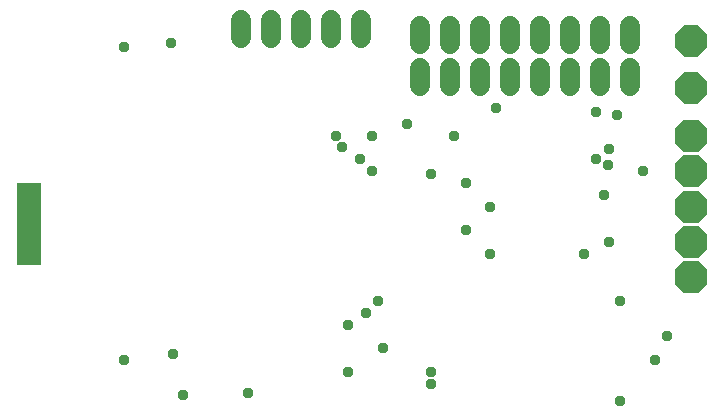
<source format=gbs>
G75*
%MOIN*%
%OFA0B0*%
%FSLAX25Y25*%
%IPPOS*%
%LPD*%
%AMOC8*
5,1,8,0,0,1.08239X$1,22.5*
%
%ADD10R,0.07874X0.27559*%
%ADD11OC8,0.10800*%
%ADD12C,0.06800*%
%ADD13OC8,0.10850*%
%ADD14C,0.03778*%
D10*
X0008874Y0082429D03*
D11*
X0229346Y0127705D03*
X0229346Y0143453D03*
D12*
X0209228Y0142421D02*
X0209228Y0148421D01*
X0199228Y0148421D02*
X0199228Y0142421D01*
X0199228Y0134642D02*
X0199228Y0128642D01*
X0209228Y0128642D02*
X0209228Y0134642D01*
X0189228Y0134642D02*
X0189228Y0128642D01*
X0179228Y0128642D02*
X0179228Y0134642D01*
X0169228Y0134642D02*
X0169228Y0128642D01*
X0159228Y0128642D02*
X0159228Y0134642D01*
X0149228Y0134642D02*
X0149228Y0128642D01*
X0139228Y0128642D02*
X0139228Y0134642D01*
X0139228Y0142421D02*
X0139228Y0148421D01*
X0149228Y0148421D02*
X0149228Y0142421D01*
X0159228Y0142421D02*
X0159228Y0148421D01*
X0169228Y0148421D02*
X0169228Y0142421D01*
X0179228Y0142421D02*
X0179228Y0148421D01*
X0189228Y0148421D02*
X0189228Y0142421D01*
X0119425Y0144390D02*
X0119425Y0150390D01*
X0109425Y0150390D02*
X0109425Y0144390D01*
X0099425Y0144390D02*
X0099425Y0150390D01*
X0089425Y0150390D02*
X0089425Y0144390D01*
X0079425Y0144390D02*
X0079425Y0150390D01*
D13*
X0229346Y0111957D03*
X0229346Y0100146D03*
X0229346Y0088335D03*
X0229346Y0076524D03*
X0229346Y0064713D03*
D14*
X0040370Y0037154D03*
X0056766Y0039198D03*
X0060055Y0025343D03*
X0081709Y0026330D03*
X0115173Y0033217D03*
X0126984Y0041091D03*
X0115173Y0048965D03*
X0121079Y0052902D03*
X0125016Y0056839D03*
X0142732Y0033134D03*
X0142732Y0029280D03*
X0205724Y0023374D03*
X0217535Y0037154D03*
X0221472Y0045028D03*
X0205724Y0056839D03*
X0193913Y0072587D03*
X0202176Y0076524D03*
X0200577Y0092272D03*
X0201787Y0102114D03*
X0197850Y0104083D03*
X0202295Y0107512D03*
X0213598Y0100146D03*
X0204822Y0118765D03*
X0197850Y0119831D03*
X0164386Y0121153D03*
X0150606Y0111957D03*
X0142732Y0099305D03*
X0154543Y0096209D03*
X0162417Y0088335D03*
X0154543Y0080461D03*
X0162417Y0072587D03*
X0123047Y0100146D03*
X0119110Y0104083D03*
X0113205Y0108020D03*
X0111236Y0111957D03*
X0123047Y0111957D03*
X0134728Y0115763D03*
X0056118Y0142969D03*
X0040370Y0141484D03*
M02*

</source>
